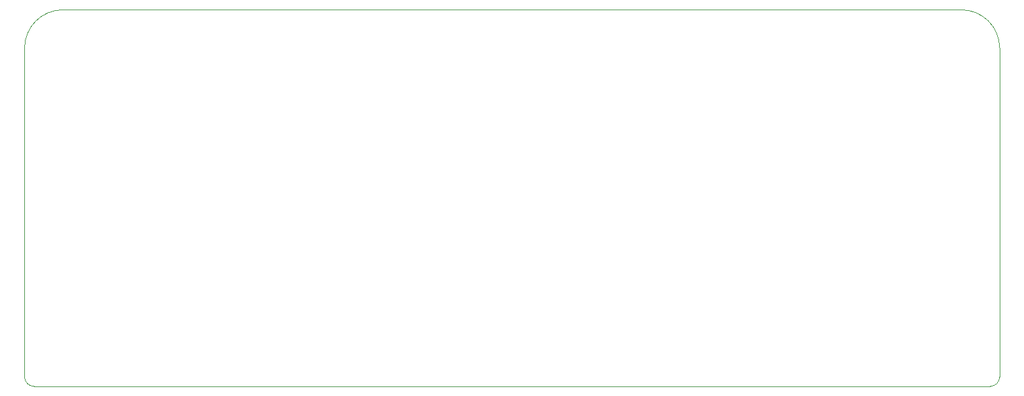
<source format=gm1>
G04 #@! TF.GenerationSoftware,KiCad,Pcbnew,6.0.11+dfsg-1~bpo11+1*
G04 #@! TF.CreationDate,2023-07-24T14:15:44+00:00*
G04 #@! TF.ProjectId,RIPPLE,52495050-4c45-42e6-9b69-6361645f7063,rev?*
G04 #@! TF.SameCoordinates,Original*
G04 #@! TF.FileFunction,Profile,NP*
%FSLAX46Y46*%
G04 Gerber Fmt 4.6, Leading zero omitted, Abs format (unit mm)*
G04 Created by KiCad (PCBNEW 6.0.11+dfsg-1~bpo11+1) date 2023-07-24 14:15:44*
%MOMM*%
%LPD*%
G01*
G04 APERTURE LIST*
G04 #@! TA.AperFunction,Profile*
%ADD10C,0.050000*%
G04 #@! TD*
G04 APERTURE END LIST*
D10*
X129235210Y44907200D02*
G75*
G03*
X124155206Y49987200I-5080010J-10D01*
G01*
X0Y1257200D02*
X0Y44907200D01*
X10Y1257200D02*
G75*
G03*
X1270000Y-12800I1269990J-10D01*
G01*
X1270000Y-12800D02*
X127965206Y-12796D01*
X124155206Y49987200D02*
X5080000Y49987200D01*
X127965206Y-12816D02*
G75*
G03*
X129235206Y1257204I-6J1270006D01*
G01*
X129235206Y1257204D02*
X129235206Y44907200D01*
X5080000Y49987190D02*
G75*
G03*
X0Y44907200I0J-5080000D01*
G01*
M02*

</source>
